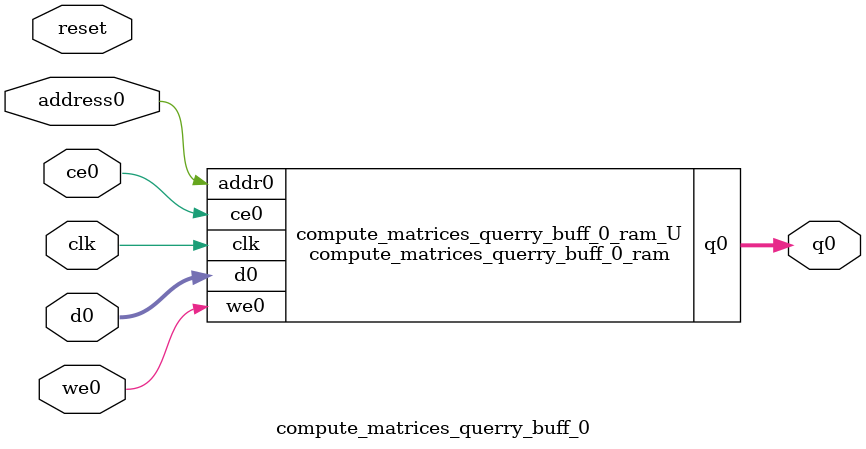
<source format=v>
`timescale 1 ns / 1 ps
module compute_matrices_querry_buff_0_ram (addr0, ce0, d0, we0, q0,  clk);

parameter DWIDTH = 8;
parameter AWIDTH = 1;
parameter MEM_SIZE = 2;

input[AWIDTH-1:0] addr0;
input ce0;
input[DWIDTH-1:0] d0;
input we0;
output reg[DWIDTH-1:0] q0;
input clk;

(* ram_style = "block" *)reg [DWIDTH-1:0] ram0[0:MEM_SIZE-1];



always @(posedge clk)  
begin 
    if (ce0) begin
        if (we0) 
            ram0[addr0] <= d0; 
        q0 <= ram0[addr0];
    end
end


endmodule

`timescale 1 ns / 1 ps
module compute_matrices_querry_buff_0(
    reset,
    clk,
    address0,
    ce0,
    we0,
    d0,
    q0);

parameter DataWidth = 32'd8;
parameter AddressRange = 32'd2;
parameter AddressWidth = 32'd1;
input reset;
input clk;
input[AddressWidth - 1:0] address0;
input ce0;
input we0;
input[DataWidth - 1:0] d0;
output[DataWidth - 1:0] q0;



compute_matrices_querry_buff_0_ram compute_matrices_querry_buff_0_ram_U(
    .clk( clk ),
    .addr0( address0 ),
    .ce0( ce0 ),
    .we0( we0 ),
    .d0( d0 ),
    .q0( q0 ));

endmodule


</source>
